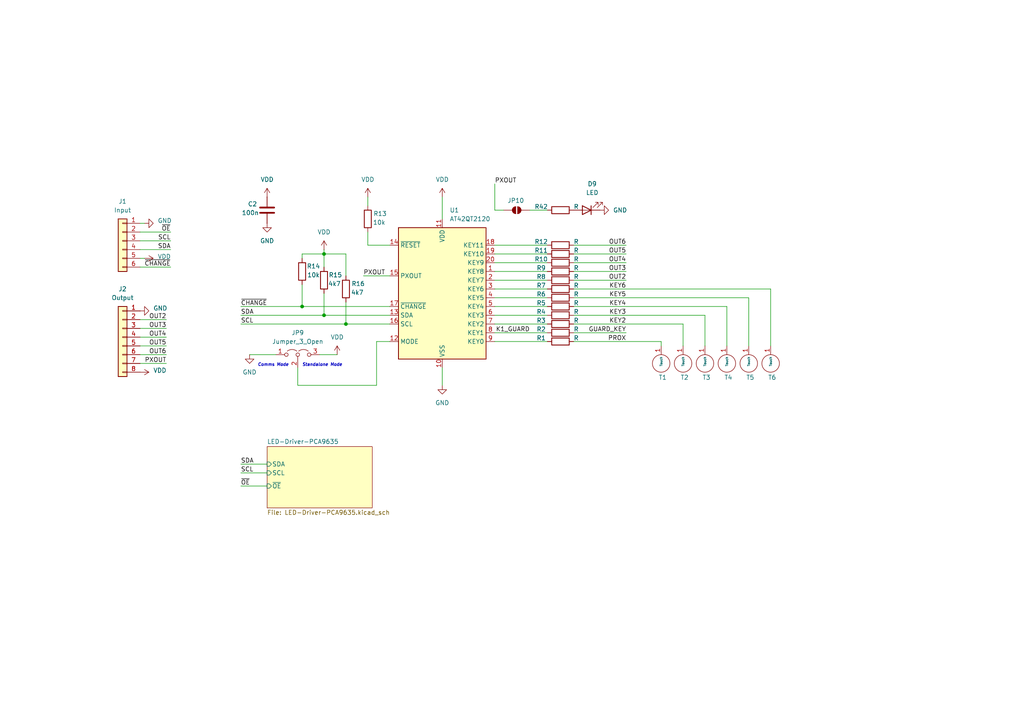
<source format=kicad_sch>
(kicad_sch (version 20250114) (generator "eeschema") (generator_version "9.0")
  (paper "A4")
  (lib_symbols
    (symbol "Connector_Generic:Conn_01x06" (pin_names (offset 1.016) (hide yes))
      (property "Reference" "J" (at 0 7.62 0))
      (property "Value" "Conn_01x06" (at 0 -10.16 0))
      (symbol "Conn_01x06_1_1"
        (rectangle (start -1.27 6.35) (end 1.27 -8.89) (stroke (width 0.254)) (fill (type background)))
        (rectangle (start -1.27 5.207) (end 0 4.953) (stroke (width 0.1524)))
        (rectangle (start -1.27 2.667) (end 0 2.413) (stroke (width 0.1524)))
        (rectangle (start -1.27 0.127) (end 0 -0.127) (stroke (width 0.1524)))
        (rectangle (start -1.27 -2.413) (end 0 -2.667) (stroke (width 0.1524)))
        (rectangle (start -1.27 -4.953) (end 0 -5.207) (stroke (width 0.1524)))
        (rectangle (start -1.27 -7.493) (end 0 -7.747) (stroke (width 0.1524)))
        (pin passive line (at -5.08 5.08 0) (length 3.81) (name "Pin_1") (number "1"))
        (pin passive line (at -5.08 2.54 0) (length 3.81) (name "Pin_2") (number "2"))
        (pin passive line (at -5.08 0 0) (length 3.81) (name "Pin_3") (number "3"))
        (pin passive line (at -5.08 -2.54 0) (length 3.81) (name "Pin_4") (number "4"))
        (pin passive line (at -5.08 -5.08 0) (length 3.81) (name "Pin_5") (number "5"))
        (pin passive line (at -5.08 -7.62 0) (length 3.81) (name "Pin_6") (number "6"))
      )
    )
    (symbol "Connector_Generic:Conn_01x08" (pin_names (offset 1.016) (hide yes))
      (property "Reference" "J" (at 0 10.16 0))
      (property "Value" "Conn_01x08" (at 0 -12.7 0))
      (symbol "Conn_01x08_1_1"
        (rectangle (start -1.27 8.89) (end 1.27 -11.43) (stroke (width 0.254)) (fill (type background)))
        (rectangle (start -1.27 7.747) (end 0 7.493) (stroke (width 0.1524)))
        (rectangle (start -1.27 5.207) (end 0 4.953) (stroke (width 0.1524)))
        (rectangle (start -1.27 2.667) (end 0 2.413) (stroke (width 0.1524)))
        (rectangle (start -1.27 0.127) (end 0 -0.127) (stroke (width 0.1524)))
        (rectangle (start -1.27 -2.413) (end 0 -2.667) (stroke (width 0.1524)))
        (rectangle (start -1.27 -4.953) (end 0 -5.207) (stroke (width 0.1524)))
        (rectangle (start -1.27 -7.493) (end 0 -7.747) (stroke (width 0.1524)))
        (rectangle (start -1.27 -10.033) (end 0 -10.287) (stroke (width 0.1524)))
        (pin passive line (at -5.08 7.62 0) (length 3.81) (name "Pin_1") (number "1"))
        (pin passive line (at -5.08 5.08 0) (length 3.81) (name "Pin_2") (number "2"))
        (pin passive line (at -5.08 2.54 0) (length 3.81) (name "Pin_3") (number "3"))
        (pin passive line (at -5.08 0 0) (length 3.81) (name "Pin_4") (number "4"))
        (pin passive line (at -5.08 -2.54 0) (length 3.81) (name "Pin_5") (number "5"))
        (pin passive line (at -5.08 -5.08 0) (length 3.81) (name "Pin_6") (number "6"))
        (pin passive line (at -5.08 -7.62 0) (length 3.81) (name "Pin_7") (number "7"))
        (pin passive line (at -5.08 -10.16 0) (length 3.81) (name "Pin_8") (number "8"))
      )
    )
    (symbol "Device:C" (pin_numbers (hide yes)) (pin_names (offset 0.254))
      (property "Reference" "C" (at 0.635 2.54 0))
      (property "Value" "C" (at 0.635 -2.54 0))
      (symbol "C_0_1"
        (polyline (pts (xy -2.032 0.762) (xy 2.032 0.762)) (stroke (width 0.508)))
        (polyline (pts (xy -2.032 -0.762) (xy 2.032 -0.762)) (stroke (width 0.508)))
      )
      (symbol "C_1_1"
        (pin passive line (at 0 3.81 270) (length 2.794) (name "~") (number "1"))
        (pin passive line (at 0 -3.81 90) (length 2.794) (name "~") (number "2"))
      )
    )
    (symbol "Device:LED" (pin_numbers (hide yes)) (pin_names (offset 1.016) (hide yes))
      (property "Reference" "D" (at 0 2.54 0))
      (property "Value" "LED" (at 0 -2.54 0))
      (symbol "LED_0_1"
        (polyline (pts (xy -3.048 -0.762) (xy -4.572 -2.286) (xy -3.81 -2.286) (xy -4.572 -2.286) (xy -4.572 -1.524)))
        (polyline (pts (xy -1.778 -0.762) (xy -3.302 -2.286) (xy -2.54 -2.286) (xy -3.302 -2.286) (xy -3.302 -1.524)))
        (polyline (pts (xy -1.27 0) (xy 1.27 0)))
        (polyline (pts (xy -1.27 -1.27) (xy -1.27 1.27)) (stroke (width 0.254)))
        (polyline (pts (xy 1.27 -1.27) (xy 1.27 1.27) (xy -1.27 0) (xy 1.27 -1.27)) (stroke (width 0.254)))
      )
      (symbol "LED_1_1"
        (pin passive line (at -3.81 0 0) (length 2.54) (name "K") (number "1"))
        (pin passive line (at 3.81 0 180) (length 2.54) (name "A") (number "2"))
      )
    )
    (symbol "Device:R" (pin_numbers (hide yes)) (pin_names (offset 0))
      (property "Reference" "R" (at 2.032 0 90))
      (property "Value" "R" (at 0 0 90))
      (symbol "R_0_1"
        (rectangle (start -1.016 -2.54) (end 1.016 2.54) (stroke (width 0.254)))
      )
      (symbol "R_1_1"
        (pin passive line (at 0 3.81 270) (length 1.27) (name "~") (number "1"))
        (pin passive line (at 0 -3.81 90) (length 1.27) (name "~") (number "2"))
      )
    )
    (symbol "Jumper:Jumper_3_Open" (pin_names (offset 0) (hide yes)) (exclude_from_sim yes) (in_bom no)
      (property "Reference" "JP" (at -2.54 -2.54 0))
      (property "Value" "Jumper_3_Open" (at 0 2.794 0))
      (symbol "Jumper_3_Open_0_0"
        (circle (center -3.302 0) (radius 0.508))
        (circle (center 0 0) (radius 0.508))
        (circle (center 3.302 0) (radius 0.508))
      )
      (symbol "Jumper_3_Open_0_1"
        (arc (start -3.048 1.016) (mid -1.651 1.4992) (end -0.254 1.016))
        (polyline (pts (xy 0 -0.508) (xy 0 -1.27)))
        (arc (start 0.254 1.016) (mid 1.651 1.4992) (end 3.048 1.016))
      )
      (symbol "Jumper_3_Open_1_1"
        (pin passive line (at -6.35 0 0) (length 2.54) (name "A") (number "1"))
        (pin passive line (at 0 -3.81 90) (length 2.54) (name "C") (number "2"))
        (pin passive line (at 6.35 0 180) (length 2.54) (name "B") (number "3"))
      )
    )
    (symbol "Jumper:SolderJumper_2_Open" (pin_numbers (hide yes)) (pin_names (offset 0) (hide yes)) (exclude_from_sim yes) (in_bom no)
      (property "Reference" "JP" (at 0 2.032 0))
      (property "Value" "SolderJumper_2_Open" (at 0 -2.54 0))
      (symbol "SolderJumper_2_Open_0_1"
        (polyline (pts (xy -0.254 1.016) (xy -0.254 -1.016)))
        (arc (start -0.254 -1.016) (mid -1.2656 0) (end -0.254 1.016))
        (arc (start -0.254 -1.016) (mid -1.2656 0) (end -0.254 1.016) (fill (type outline)))
        (arc (start 0.254 1.016) (mid 1.2656 0) (end 0.254 -1.016))
        (arc (start 0.254 1.016) (mid 1.2656 0) (end 0.254 -1.016) (fill (type outline)))
        (polyline (pts (xy 0.254 1.016) (xy 0.254 -1.016)))
      )
      (symbol "SolderJumper_2_Open_1_1"
        (pin passive line (at -3.81 0 0) (length 2.54) (name "A") (number "1"))
        (pin passive line (at 3.81 0 180) (length 2.54) (name "B") (number "2"))
      )
    )
    (symbol "My_Sensor_Touch:AT42QT2120"
      (property "Reference" "U1" (at 2.1433 22.86 0))
      (property "Value" "AT42QT2120" (at 2.1433 20.32 0))
      (symbol "AT42QT2120_0_1"
        (rectangle (start -12.7 17.78) (end 12.7 -20.32) (stroke (width 0.254)) (fill (type background)))
      )
      (symbol "AT42QT2120_1_0"
        (pin input line (at -15.24 -5.08 0) (length 2.54) (name "~{CHANGE}") (number "17"))
        (pin passive line (at 15.24 12.7 180) (length 2.54) (name "KEY11") (number "18"))
        (pin passive line (at 15.24 10.16 180) (length 2.54) (name "KEY10") (number "19"))
        (pin passive line (at 15.24 7.62 180) (length 2.54) (name "KEY9") (number "20"))
        (pin passive line (at 15.24 5.08 180) (length 2.54) (name "KEY8") (number "1"))
        (pin passive line (at 15.24 2.54 180) (length 2.54) (name "KEY7") (number "2"))
      )
      (symbol "AT42QT2120_1_1"
        (pin input line (at -15.24 12.7 0) (length 2.54) (name "~{RESET}") (number "14"))
        (pin passive line (at -15.24 3.81 0) (length 2.54) (name "PXOUT") (number "15"))
        (pin bidirectional line (at -15.24 -7.62 0) (length 2.54) (name "SDA") (number "13"))
        (pin bidirectional line (at -15.24 -10.16 0) (length 2.54) (name "SCL") (number "16"))
        (pin input line (at -15.24 -15.24 0) (length 2.54) (name "MODE") (number "12"))
        (pin power_in line (at 0 20.32 270) (length 2.54) (name "VDD") (number "11"))
        (pin power_in line (at 0 -22.86 90) (length 2.54) (name "VSS") (number "10"))
        (pin passive line (at 15.24 0 180) (length 2.54) (name "KEY6") (number "3"))
        (pin passive line (at 15.24 -2.54 180) (length 2.54) (name "KEY5") (number "4"))
        (pin passive line (at 15.24 -5.08 180) (length 2.54) (name "KEY4") (number "5"))
        (pin passive line (at 15.24 -7.62 180) (length 2.54) (name "KEY3") (number "6"))
        (pin passive line (at 15.24 -10.16 180) (length 2.54) (name "KEY2") (number "7"))
        (pin passive line (at 15.24 -12.7 180) (length 2.54) (name "KEY1") (number "8"))
        (pin passive line (at 15.24 -15.24 180) (length 2.54) (name "KEY0") (number "9"))
      )
    )
    (symbol "My_Sensor_Touch:Touch_1"
      (property "Reference" "T" (at 0 0 0))
      (symbol "Touch_1_0_1"
        (circle (center 0 0) (radius 2.54))
      )
      (symbol "Touch_1_1_1"
        (pin passive line (at 0 -5.08 90) (length 2.54) (name "Touch") (number "1"))
      )
    )
    (symbol "power:GND" (power) (pin_numbers (hide yes)) (pin_names (offset 0) (hide yes))
      (property "Value" "GND" (at 0 -3.81 0))
      (symbol "GND_0_1"
        (polyline (pts (xy 0 0) (xy 0 -1.27) (xy 1.27 -1.27) (xy 0 -2.54) (xy -1.27 -1.27) (xy 0 -1.27)))
      )
      (symbol "GND_1_1"
        (pin power_in line (at 0 0 270) (length 0) (name "~") (number "1"))
      )
    )
    (symbol "power:VDD" (power) (pin_numbers (hide yes)) (pin_names (offset 0) (hide yes))
      (property "Value" "VDD" (at 0 3.556 0))
      (symbol "VDD_0_1"
        (polyline (pts (xy -0.762 1.27) (xy 0 2.54)))
        (polyline (pts (xy 0 2.54) (xy 0.762 1.27)))
        (polyline (pts (xy 0 0) (xy 0 2.54)))
      )
      (symbol "VDD_1_1"
        (pin power_in line (at 0 0 90) (length 0) (name "~") (number "1"))
      )
    )
  )
  (text "Standalone Mode" (at 93.472 105.918 0) (effects (font (size 0.889 0.889) (thickness 0.1778) (bold yes) (italic yes))))
  (text "Comms Mode" (at 79.248 105.918 0) (effects (font (size 0.889 0.889) (thickness 0.1778) (bold yes) (italic yes))))
  (junction (at 93.98 91.44))
  (junction (at 100.33 93.98))
  (junction (at 87.63 88.9))
  (junction (at 93.98 73.66))
  (wire (pts (xy 143.51 93.98) (xy 158.75 93.98)))
  (wire (pts (xy 93.98 73.66) (xy 93.98 72.39)))
  (wire (pts (xy 87.63 82.55) (xy 87.63 88.9)))
  (wire (pts (xy 198.12 93.98) (xy 198.12 100.33)))
  (wire (pts (xy 217.17 100.33) (xy 217.17 86.36)))
  (wire (pts (xy 100.33 93.98) (xy 113.03 93.98)))
  (wire (pts (xy 166.37 78.74) (xy 181.61 78.74)))
  (wire (pts (xy 93.98 73.66) (xy 87.63 73.66)))
  (wire (pts (xy 223.52 100.33) (xy 223.52 83.82)))
  (wire (pts (xy 41.91 74.93) (xy 40.64 74.93)))
  (wire (pts (xy 48.26 95.25) (xy 40.64 95.25)))
  (wire (pts (xy 97.79 102.87) (xy 92.71 102.87)))
  (wire (pts (xy 166.37 76.2) (xy 181.61 76.2)))
  (wire (pts (xy 93.98 77.47) (xy 93.98 73.66)))
  (wire (pts (xy 166.37 73.66) (xy 181.61 73.66)))
  (wire (pts (xy 48.26 105.41) (xy 40.64 105.41)))
  (wire (pts (xy 48.26 92.71) (xy 40.64 92.71)))
  (wire (pts (xy 143.51 71.12) (xy 158.75 71.12)))
  (wire (pts (xy 106.68 59.69) (xy 106.68 57.15)))
  (wire (pts (xy 143.51 60.96) (xy 146.05 60.96)))
  (wire (pts (xy 166.37 83.82) (xy 223.52 83.82)))
  (wire (pts (xy 93.98 91.44) (xy 113.03 91.44)))
  (wire (pts (xy 100.33 73.66) (xy 93.98 73.66)))
  (wire (pts (xy 109.22 99.06) (xy 113.03 99.06)))
  (wire (pts (xy 204.47 91.44) (xy 204.47 100.33)))
  (wire (pts (xy 87.63 88.9) (xy 113.03 88.9)))
  (wire (pts (xy 48.26 100.33) (xy 40.64 100.33)))
  (wire (pts (xy 153.67 60.96) (xy 158.75 60.96)))
  (wire (pts (xy 143.51 81.28) (xy 158.75 81.28)))
  (wire (pts (xy 191.77 100.33) (xy 191.77 99.06)))
  (wire (pts (xy 87.63 74.93) (xy 87.63 73.66)))
  (wire (pts (xy 86.36 111.76) (xy 109.22 111.76)))
  (wire (pts (xy 143.51 53.34) (xy 143.51 60.96)))
  (wire (pts (xy 49.53 77.47) (xy 40.64 77.47)))
  (wire (pts (xy 41.91 64.77) (xy 40.64 64.77)))
  (wire (pts (xy 143.51 78.74) (xy 158.75 78.74)))
  (wire (pts (xy 40.64 69.85) (xy 49.53 69.85)))
  (wire (pts (xy 143.51 86.36) (xy 158.75 86.36)))
  (wire (pts (xy 143.51 76.2) (xy 158.75 76.2)))
  (wire (pts (xy 166.37 88.9) (xy 210.82 88.9)))
  (wire (pts (xy 166.37 71.12) (xy 181.61 71.12)))
  (wire (pts (xy 100.33 87.63) (xy 100.33 93.98)))
  (wire (pts (xy 166.37 86.36) (xy 217.17 86.36)))
  (wire (pts (xy 166.37 93.98) (xy 198.12 93.98)))
  (wire (pts (xy 166.37 91.44) (xy 204.47 91.44)))
  (wire (pts (xy 69.85 88.9) (xy 87.63 88.9)))
  (wire (pts (xy 143.51 88.9) (xy 158.75 88.9)))
  (wire (pts (xy 69.85 134.62) (xy 77.47 134.62)))
  (wire (pts (xy 128.27 111.76) (xy 128.27 106.68)))
  (wire (pts (xy 166.37 96.52) (xy 181.61 96.52)))
  (wire (pts (xy 69.85 93.98) (xy 100.33 93.98)))
  (wire (pts (xy 143.51 91.44) (xy 158.75 91.44)))
  (wire (pts (xy 143.51 73.66) (xy 158.75 73.66)))
  (wire (pts (xy 48.26 102.87) (xy 40.64 102.87)))
  (wire (pts (xy 100.33 80.01) (xy 100.33 73.66)))
  (wire (pts (xy 105.41 80.01) (xy 113.03 80.01)))
  (wire (pts (xy 128.27 57.15) (xy 128.27 63.5)))
  (wire (pts (xy 210.82 88.9) (xy 210.82 100.33)))
  (wire (pts (xy 106.68 71.12) (xy 106.68 67.31)))
  (wire (pts (xy 109.22 111.76) (xy 109.22 99.06)))
  (wire (pts (xy 69.85 140.97) (xy 77.47 140.97)))
  (wire (pts (xy 72.39 102.87) (xy 80.01 102.87)))
  (wire (pts (xy 143.51 96.52) (xy 158.75 96.52)))
  (wire (pts (xy 69.85 137.16) (xy 77.47 137.16)))
  (wire (pts (xy 40.64 67.31) (xy 49.53 67.31)))
  (wire (pts (xy 166.37 81.28) (xy 181.61 81.28)))
  (wire (pts (xy 93.98 85.09) (xy 93.98 91.44)))
  (wire (pts (xy 113.03 71.12) (xy 106.68 71.12)))
  (wire (pts (xy 166.37 99.06) (xy 191.77 99.06)))
  (wire (pts (xy 40.64 72.39) (xy 49.53 72.39)))
  (wire (pts (xy 143.51 83.82) (xy 158.75 83.82)))
  (wire (pts (xy 69.85 91.44) (xy 93.98 91.44)))
  (wire (pts (xy 48.26 97.79) (xy 40.64 97.79)))
  (wire (pts (xy 86.36 106.68) (xy 86.36 111.76)))
  (wire (pts (xy 143.51 99.06) (xy 158.75 99.06)))
  (label "OUT2" (at 181.61 81.28 180))
  (label "GUARD_KEY" (at 181.61 96.52 180))
  (label "SCL" (at 69.85 93.98 0))
  (label "OUT3" (at 181.61 78.74 180))
  (label "OUT4" (at 48.26 97.79 180))
  (label "~{OE}" (at 49.53 67.31 180))
  (label "OUT6" (at 181.61 71.12 180))
  (label "OUT2" (at 48.26 92.71 180))
  (label "SCL" (at 69.85 137.16 0))
  (label "PROX" (at 181.61 99.06 180))
  (label "OUT6" (at 48.26 102.87 180))
  (label "SDA" (at 49.53 72.39 180))
  (label "PXOUT" (at 143.51 53.34 0))
  (label "KEY6" (at 181.61 83.82 180))
  (label "KEY4" (at 181.61 88.9 180))
  (label "SCL" (at 49.53 69.85 180))
  (label "OUT3" (at 48.26 95.25 180))
  (label "PXOUT" (at 105.41 80.01 0))
  (label "SDA" (at 69.85 134.62 0))
  (label "PXOUT" (at 48.26 105.41 180))
  (label "OUT5" (at 181.61 73.66 180))
  (label "~{OE}" (at 69.85 140.97 0))
  (label "K1_GUARD" (at 153.67 96.52 180))
  (label "SDA" (at 69.85 91.44 0))
  (label "OUT5" (at 48.26 100.33 180))
  (label "OUT4" (at 181.61 76.2 180))
  (label "KEY5" (at 181.61 86.36 180))
  (label "KEY3" (at 181.61 91.44 180))
  (label "~{CHANGE}" (at 49.53 77.47 180))
  (label "~{CHANGE}" (at 69.85 88.9 0))
  (label "KEY2" (at 181.61 93.98 180))
  (symbol (lib_id "Device:R") (at 162.56 60.96 90) (unit 1)
    (property "Reference" "R42" (at 156.972 59.944 90))
    (property "Value" "R" (at 167.132 59.944 90))
    (property "Footprint" "Resistor_SMD:R_0805_2012Metric_Pad1.20x1.40mm_HandSolder" (effects (hide yes)))
    (property "Description" "Resistor" (effects (hide yes)))
  )
  (symbol (lib_id "Device:R") (at 162.56 96.52 90) (unit 1)
    (property "Reference" "R2" (at 156.972 95.504 90))
    (property "Value" "R" (at 167.132 95.504 90))
    (property "Footprint" "Resistor_SMD:R_0805_2012Metric_Pad1.20x1.40mm_HandSolder" (effects (hide yes)))
    (property "Description" "Resistor" (effects (hide yes)))
  )
  (symbol (lib_id "power:VDD") (at 128.27 57.15 0) (unit 1)
    (property "Reference" "#PWR02" (effects (hide yes)))
    (property "Value" "VDD" (at 128.27 52.07 0))
    (property "Description" "Power symbol creates a global label with name \"VDD\"" (effects (hide yes)))
  )
  (symbol (lib_id "Device:R") (at 162.56 71.12 90) (unit 1)
    (property "Reference" "R12" (at 156.972 70.104 90))
    (property "Value" "R" (at 167.132 70.104 90))
    (property "Footprint" "Resistor_SMD:R_0805_2012Metric_Pad1.20x1.40mm_HandSolder" (effects (hide yes)))
    (property "Description" "Resistor" (effects (hide yes)))
  )
  (symbol (lib_id "power:VDD") (at 93.98 72.39 0) (unit 1)
    (property "Reference" "#PWR04" (effects (hide yes)))
    (property "Value" "VDD" (at 93.98 67.31 0))
    (property "Description" "Power symbol creates a global label with name \"VDD\"" (effects (hide yes)))
  )
  (symbol (lib_id "Device:R") (at 162.56 86.36 90) (unit 1)
    (property "Reference" "R6" (at 156.972 85.344 90))
    (property "Value" "R" (at 167.132 85.344 90))
    (property "Footprint" "Resistor_SMD:R_0805_2012Metric_Pad1.20x1.40mm_HandSolder" (effects (hide yes)))
    (property "Description" "Resistor" (effects (hide yes)))
  )
  (symbol (lib_id "power:VDD") (at 41.91 74.93 270) (unit 1)
    (property "Reference" "#PWR045" (effects (hide yes)))
    (property "Value" "VDD" (at 45.72 74.422 90) (effects (justify left)))
    (property "Description" "Power symbol creates a global label with name \"VDD\"" (effects (hide yes)))
  )
  (symbol (lib_id "My_Sensor_Touch:Touch_1") (at 191.77 105.41 180) (unit 1)
    (property "Reference" "T1" (at 191.008 109.474 0) (effects (justify right)))
    (property "Footprint" "My_Pads:Touch_12mm_round" (effects (hide yes)))
  )
  (symbol (lib_id "Jumper:Jumper_3_Open") (at 86.36 102.87 0) (unit 1) (exclude_from_sim yes) (in_bom no)
    (property "Reference" "JP9" (at 86.36 96.52 0))
    (property "Value" "Jumper_3_Open" (at 86.36 99.06 0))
    (property "Footprint" "Jumper:SolderJumper-3_P2.0mm_Open_TrianglePad1.0x1.5mm" (effects (hide yes)))
    (property "Description" "Jumper, 3-pole, both open" (effects (hide yes)))
  )
  (symbol (lib_id "Device:R") (at 162.56 78.74 90) (unit 1)
    (property "Reference" "R9" (at 156.972 77.724 90))
    (property "Value" "R" (at 167.132 77.724 90))
    (property "Footprint" "Resistor_SMD:R_0805_2012Metric_Pad1.20x1.40mm_HandSolder" (effects (hide yes)))
    (property "Description" "Resistor" (effects (hide yes)))
  )
  (symbol (lib_id "Device:R") (at 93.98 81.28 180) (unit 1)
    (property "Reference" "R15" (at 97.282 79.756 0))
    (property "Value" "4k7" (at 97.028 82.296 0))
    (property "Footprint" "Resistor_SMD:R_0805_2012Metric_Pad1.20x1.40mm_HandSolder" (effects (hide yes)))
    (property "Description" "Resistor" (effects (hide yes)))
  )
  (symbol (lib_id "Connector_Generic:Conn_01x06") (at 35.56 69.85 0) (mirror y) (unit 1)
    (property "Reference" "J1" (at 35.56 58.42 0))
    (property "Value" "Input" (at 35.56 60.96 0))
    (property "Footprint" "Connector_PinHeader_2.54mm:PinHeader_1x06_P2.54mm_Vertical" (effects (hide yes)))
    (property "Description" "Generic connector, single row, 01x06, script generated (kicad-library-utils/schlib/autogen/connector/)" (effects (hide yes)))
  )
  (symbol (lib_id "Connector_Generic:Conn_01x08") (at 35.56 97.79 0) (mirror y) (unit 1)
    (property "Reference" "J2" (at 35.56 83.82 0))
    (property "Value" "Output" (at 35.56 86.36 0))
    (property "Footprint" "Connector_PinHeader_2.54mm:PinHeader_1x08_P2.54mm_Vertical" (effects (hide yes)))
    (property "Description" "Generic connector, single row, 01x08, script generated (kicad-library-utils/schlib/autogen/connector/)" (effects (hide yes)))
  )
  (symbol (lib_id "Device:R") (at 162.56 83.82 90) (unit 1)
    (property "Reference" "R7" (at 156.972 82.804 90))
    (property "Value" "R" (at 167.132 82.804 90))
    (property "Footprint" "Resistor_SMD:R_0805_2012Metric_Pad1.20x1.40mm_HandSolder" (effects (hide yes)))
    (property "Description" "Resistor" (effects (hide yes)))
  )
  (symbol (lib_id "Device:R") (at 162.56 88.9 90) (unit 1)
    (property "Reference" "R5" (at 156.972 87.884 90))
    (property "Value" "R" (at 167.132 87.884 90))
    (property "Footprint" "Resistor_SMD:R_0805_2012Metric_Pad1.20x1.40mm_HandSolder" (effects (hide yes)))
    (property "Description" "Resistor" (effects (hide yes)))
  )
  (symbol (lib_id "Device:R") (at 162.56 76.2 90) (unit 1)
    (property "Reference" "R10" (at 156.972 75.184 90))
    (property "Value" "R" (at 167.132 75.184 90))
    (property "Footprint" "Resistor_SMD:R_0805_2012Metric_Pad1.20x1.40mm_HandSolder" (effects (hide yes)))
    (property "Description" "Resistor" (effects (hide yes)))
  )
  (symbol (lib_id "My_Sensor_Touch:Touch_1") (at 198.12 105.41 180) (unit 1)
    (property "Reference" "T2" (at 197.358 109.474 0) (effects (justify right)))
    (property "Footprint" "My_Pads:Touch_12mm_round" (effects (hide yes)))
  )
  (symbol (lib_id "power:GND") (at 77.47 64.77 0) (unit 1)
    (property "Reference" "#PWR014" (effects (hide yes)))
    (property "Value" "GND" (at 77.47 69.85 0))
    (property "Description" "Power symbol creates a global label with name \"GND\" , ground" (effects (hide yes)))
  )
  (symbol (lib_id "power:VDD") (at 40.64 107.95 270) (unit 1)
    (property "Reference" "#PWR048" (effects (hide yes)))
    (property "Value" "VDD" (at 44.45 107.442 90) (effects (justify left)))
    (property "Description" "Power symbol creates a global label with name \"VDD\"" (effects (hide yes)))
  )
  (symbol (lib_id "power:GND") (at 72.39 102.87 0) (unit 1)
    (property "Reference" "#PWR05" (effects (hide yes)))
    (property "Value" "GND" (at 72.39 107.95 0))
    (property "Description" "Power symbol creates a global label with name \"GND\" , ground" (effects (hide yes)))
  )
  (symbol (lib_id "power:VDD") (at 77.47 57.15 0) (unit 1)
    (property "Reference" "#PWR013" (effects (hide yes)))
    (property "Value" "VDD" (at 77.47 52.07 0))
    (property "Description" "Power symbol creates a global label with name \"VDD\"" (effects (hide yes)))
  )
  (symbol (lib_id "My_Sensor_Touch:Touch_1") (at 223.52 105.41 180) (unit 1)
    (property "Reference" "T6" (at 222.758 109.474 0) (effects (justify right)))
    (property "Footprint" "My_Pads:Touch_12mm_round" (effects (hide yes)))
  )
  (symbol (lib_id "My_Sensor_Touch:Touch_1") (at 217.17 105.41 180) (unit 1)
    (property "Reference" "T5" (at 216.408 109.474 0) (effects (justify right)))
    (property "Footprint" "My_Pads:Touch_12mm_round" (effects (hide yes)))
  )
  (symbol (lib_id "Device:LED") (at 170.18 60.96 180) (unit 1)
    (property "Reference" "D9" (at 171.7675 53.34 0))
    (property "Value" "LED" (at 171.7675 55.88 0))
    (property "Footprint" "LED_SMD:LED_0805_2012Metric_Pad1.15x1.40mm_HandSolder" (effects (hide yes)))
    (property "Description" "Light emitting diode" (effects (hide yes)))
    (property "Sim.Pins" "1=K 2=A" (effects (hide yes)))
  )
  (symbol (lib_id "My_Sensor_Touch:AT42QT2120") (at 128.27 83.82 0) (unit 1)
    (property "Reference" "U1" (at 130.4133 60.96 0) (effects (justify left)))
    (property "Value" "AT42QT2120" (at 130.4133 63.5 0) (effects (justify left)))
    (property "Footprint" "Package_SO:SOIC-20W_7.5x12.8mm_P1.27mm" (effects (hide yes)))
    (property "Datasheet" "https://ww1.microchip.com/downloads/en/DeviceDoc/doc9634.pdf" (effects (hide yes)))
    (property "Description" "Seven-key Touch Sensor IC, SOIC-14" (effects (hide yes)))
  )
  (symbol (lib_id "power:GND") (at 40.64 90.17 90) (unit 1)
    (property "Reference" "#PWR043" (effects (hide yes)))
    (property "Value" "GND" (at 44.45 89.408 90) (effects (justify right)))
    (property "Description" "Power symbol creates a global label with name \"GND\" , ground" (effects (hide yes)))
  )
  (symbol (lib_id "Device:R") (at 100.33 83.82 180) (unit 1)
    (property "Reference" "R16" (at 103.886 82.296 0))
    (property "Value" "4k7" (at 103.632 84.836 0))
    (property "Footprint" "Resistor_SMD:R_0805_2012Metric_Pad1.20x1.40mm_HandSolder" (effects (hide yes)))
    (property "Description" "Resistor" (effects (hide yes)))
  )
  (symbol (lib_id "Device:R") (at 162.56 81.28 90) (unit 1)
    (property "Reference" "R8" (at 156.972 80.264 90))
    (property "Value" "R" (at 167.132 80.264 90))
    (property "Footprint" "Resistor_SMD:R_0805_2012Metric_Pad1.20x1.40mm_HandSolder" (effects (hide yes)))
    (property "Description" "Resistor" (effects (hide yes)))
  )
  (symbol (lib_id "Device:R") (at 162.56 99.06 90) (unit 1)
    (property "Reference" "R1" (at 156.972 98.044 90))
    (property "Value" "R" (at 167.132 98.044 90))
    (property "Footprint" "Resistor_SMD:R_0805_2012Metric_Pad1.20x1.40mm_HandSolder" (effects (hide yes)))
    (property "Description" "Resistor" (effects (hide yes)))
  )
  (symbol (lib_id "My_Sensor_Touch:Touch_1") (at 204.47 105.41 180) (unit 1)
    (property "Reference" "T3" (at 203.708 109.474 0) (effects (justify right)))
    (property "Footprint" "My_Pads:Touch_12mm_round" (effects (hide yes)))
  )
  (symbol (lib_id "power:VDD") (at 106.68 57.15 0) (unit 1)
    (property "Reference" "#PWR03" (effects (hide yes)))
    (property "Value" "VDD" (at 106.68 52.07 0))
    (property "Description" "Power symbol creates a global label with name \"VDD\"" (effects (hide yes)))
  )
  (symbol (lib_id "Device:R") (at 87.63 78.74 180) (unit 1)
    (property "Reference" "R14" (at 90.932 77.216 0))
    (property "Value" "10k" (at 90.932 79.756 0))
    (property "Footprint" "Resistor_SMD:R_0805_2012Metric_Pad1.20x1.40mm_HandSolder" (effects (hide yes)))
    (property "Description" "Resistor" (effects (hide yes)))
  )
  (symbol (lib_id "Device:R") (at 106.68 63.5 180) (unit 1)
    (property "Reference" "R13" (at 110.236 61.976 0))
    (property "Value" "10k" (at 109.982 64.516 0))
    (property "Footprint" "Resistor_SMD:R_0805_2012Metric_Pad1.20x1.40mm_HandSolder" (effects (hide yes)))
    (property "Description" "Resistor" (effects (hide yes)))
  )
  (symbol (lib_id "power:GND") (at 173.99 60.96 90) (unit 1)
    (property "Reference" "#PWR047" (effects (hide yes)))
    (property "Value" "GND" (at 177.8 60.9599 90) (effects (justify right)))
    (property "Description" "Power symbol creates a global label with name \"GND\" , ground" (effects (hide yes)))
  )
  (symbol (lib_id "Jumper:SolderJumper_2_Open") (at 149.86 60.96 0) (unit 1) (exclude_from_sim yes) (in_bom no)
    (property "Reference" "JP10" (at 149.606 58.166 0))
    (property "Value" "SolderJumper_2_Open" (effects (hide yes)))
    (property "Footprint" "Jumper:SolderJumper-2_P1.3mm_Open_TrianglePad1.0x1.5mm" (effects (hide yes)))
    (property "Description" "Solder Jumper, 2-pole, open" (effects (hide yes)))
  )
  (symbol (lib_id "Device:C") (at 77.47 60.96 0) (unit 1)
    (property "Reference" "C2" (at 71.882 59.182 0) (effects (justify left)))
    (property "Value" "100n" (at 70.104 61.722 0) (effects (justify left)))
    (property "Footprint" "Capacitor_SMD:C_0805_2012Metric_Pad1.18x1.45mm_HandSolder" (effects (hide yes)))
    (property "Description" "Unpolarized capacitor" (effects (hide yes)))
  )
  (symbol (lib_id "My_Sensor_Touch:Touch_1") (at 210.82 105.41 180) (unit 1)
    (property "Reference" "T4" (at 210.058 109.474 0) (effects (justify right)))
    (property "Footprint" "My_Pads:Touch_12mm_round" (effects (hide yes)))
  )
  (symbol (lib_id "power:VDD") (at 97.79 102.87 0) (unit 1)
    (property "Reference" "#PWR046" (effects (hide yes)))
    (property "Value" "VDD" (at 97.79 97.79 0))
    (property "Description" "Power symbol creates a global label with name \"VDD\"" (effects (hide yes)))
  )
  (symbol (lib_id "Device:R") (at 162.56 73.66 90) (unit 1)
    (property "Reference" "R11" (at 156.972 72.644 90))
    (property "Value" "R" (at 167.132 72.644 90))
    (property "Footprint" "Resistor_SMD:R_0805_2012Metric_Pad1.20x1.40mm_HandSolder" (effects (hide yes)))
    (property "Description" "Resistor" (effects (hide yes)))
  )
  (symbol (lib_id "power:GND") (at 128.27 111.76 0) (unit 1)
    (property "Reference" "#PWR01" (effects (hide yes)))
    (property "Value" "GND" (at 128.27 116.84 0))
    (property "Description" "Power symbol creates a global label with name \"GND\" , ground" (effects (hide yes)))
  )
  (symbol (lib_id "Device:R") (at 162.56 93.98 90) (unit 1)
    (property "Reference" "R3" (at 156.972 92.964 90))
    (property "Value" "R" (at 167.132 92.964 90))
    (property "Footprint" "Resistor_SMD:R_0805_2012Metric_Pad1.20x1.40mm_HandSolder" (effects (hide yes)))
    (property "Description" "Resistor" (effects (hide yes)))
  )
  (symbol (lib_id "Device:R") (at 162.56 91.44 90) (unit 1)
    (property "Reference" "R4" (at 156.972 90.424 90))
    (property "Value" "R" (at 167.132 90.424 90))
    (property "Footprint" "Resistor_SMD:R_0805_2012Metric_Pad1.20x1.40mm_HandSolder" (effects (hide yes)))
    (property "Description" "Resistor" (effects (hide yes)))
  )
  (symbol (lib_id "power:GND") (at 41.91 64.77 90) (unit 1)
    (property "Reference" "#PWR044" (effects (hide yes)))
    (property "Value" "GND" (at 45.72 64.008 90) (effects (justify right)))
    (property "Description" "Power symbol creates a global label with name \"GND\" , ground" (effects (hide yes)))
  )
  (sheet (at 77.47 129.54) (size 30.48 17.78) (stroke (width 0.1524)) (fill (color 255 255 194 1.0000))
    (property "Sheetname" "LED-Driver-PCA9635" (at 77.47 128.8284 0) (effects (justify left bottom)))
    (property "Sheetfile" "LED-Driver-PCA9635.kicad_sch" (at 77.47 147.9046 0) (effects (justify left top)))
    (pin "SCL" input (at 77.47 137.16 180))
    (pin "SDA" input (at 77.47 134.62 180))
    (pin "~{OE}" input (at 77.47 140.97 180))
  )
)
</source>
